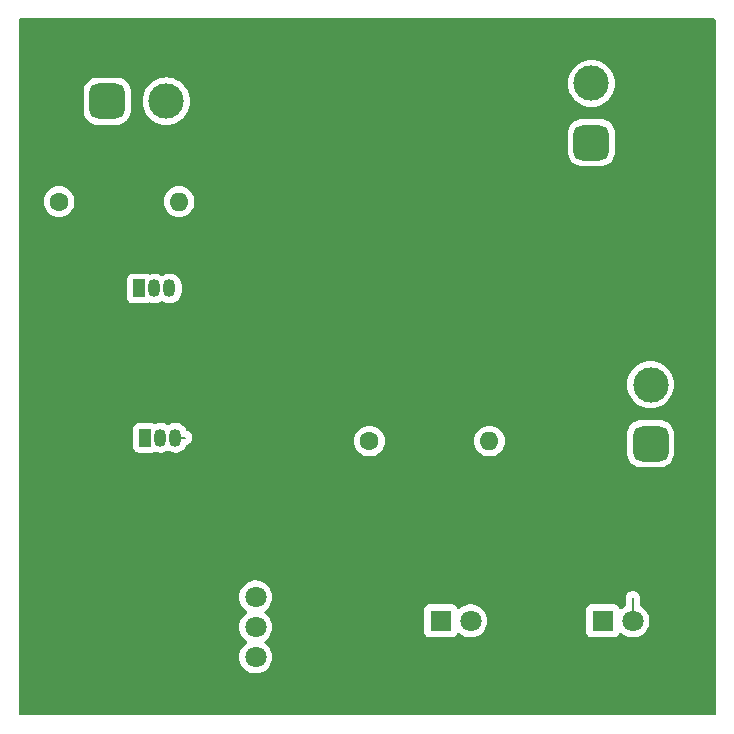
<source format=gbr>
%TF.GenerationSoftware,KiCad,Pcbnew,8.0.8*%
%TF.CreationDate,2025-04-07T00:16:06+05:30*%
%TF.ProjectId,CA-3_PCB,43412d33-5f50-4434-922e-6b696361645f,rev?*%
%TF.SameCoordinates,Original*%
%TF.FileFunction,Copper,L2,Bot*%
%TF.FilePolarity,Positive*%
%FSLAX46Y46*%
G04 Gerber Fmt 4.6, Leading zero omitted, Abs format (unit mm)*
G04 Created by KiCad (PCBNEW 8.0.8) date 2025-04-07 00:16:06*
%MOMM*%
%LPD*%
G01*
G04 APERTURE LIST*
G04 Aperture macros list*
%AMRoundRect*
0 Rectangle with rounded corners*
0 $1 Rounding radius*
0 $2 $3 $4 $5 $6 $7 $8 $9 X,Y pos of 4 corners*
0 Add a 4 corners polygon primitive as box body*
4,1,4,$2,$3,$4,$5,$6,$7,$8,$9,$2,$3,0*
0 Add four circle primitives for the rounded corners*
1,1,$1+$1,$2,$3*
1,1,$1+$1,$4,$5*
1,1,$1+$1,$6,$7*
1,1,$1+$1,$8,$9*
0 Add four rect primitives between the rounded corners*
20,1,$1+$1,$2,$3,$4,$5,0*
20,1,$1+$1,$4,$5,$6,$7,0*
20,1,$1+$1,$6,$7,$8,$9,0*
20,1,$1+$1,$8,$9,$2,$3,0*%
G04 Aperture macros list end*
%TA.AperFunction,ComponentPad*%
%ADD10C,1.600000*%
%TD*%
%TA.AperFunction,ComponentPad*%
%ADD11O,1.600000X1.600000*%
%TD*%
%TA.AperFunction,ComponentPad*%
%ADD12R,1.800000X1.800000*%
%TD*%
%TA.AperFunction,ComponentPad*%
%ADD13C,1.800000*%
%TD*%
%TA.AperFunction,ComponentPad*%
%ADD14RoundRect,0.750000X-0.750000X-0.750000X0.750000X-0.750000X0.750000X0.750000X-0.750000X0.750000X0*%
%TD*%
%TA.AperFunction,ComponentPad*%
%ADD15C,3.000000*%
%TD*%
%TA.AperFunction,ComponentPad*%
%ADD16RoundRect,0.750000X0.750000X-0.750000X0.750000X0.750000X-0.750000X0.750000X-0.750000X-0.750000X0*%
%TD*%
%TA.AperFunction,ComponentPad*%
%ADD17R,1.050000X1.500000*%
%TD*%
%TA.AperFunction,ComponentPad*%
%ADD18O,1.050000X1.500000*%
%TD*%
%TA.AperFunction,Conductor*%
%ADD19C,0.200000*%
%TD*%
G04 APERTURE END LIST*
D10*
%TO.P,R2,1*%
%TO.N,Net-(J1-Pin_1)*%
X93920000Y-53000000D03*
D11*
%TO.P,R2,2*%
%TO.N,Net-(Q1-C)*%
X104080000Y-53000000D03*
%TD*%
D12*
%TO.P,D2,1,K*%
%TO.N,Net-(D2-K)*%
X126230000Y-88500000D03*
D13*
%TO.P,D2,2,A*%
%TO.N,Net-(D1-K)*%
X128770000Y-88500000D03*
%TD*%
D14*
%TO.P,J1,1,Pin_1*%
%TO.N,Net-(J1-Pin_1)*%
X98000000Y-44500000D03*
D15*
%TO.P,J1,2,Pin_2*%
%TO.N,Net-(J1-Pin_2)*%
X103000000Y-44500000D03*
%TD*%
D12*
%TO.P,D1,1,K*%
%TO.N,Net-(D1-K)*%
X139960000Y-88500000D03*
D13*
%TO.P,D1,2,A*%
%TO.N,Net-(D1-A)*%
X142500000Y-88500000D03*
%TD*%
D16*
%TO.P,J4,1,Pin_1*%
%TO.N,Net-(J4-Pin_1)*%
X144000000Y-73500000D03*
D15*
%TO.P,J4,2,Pin_2*%
%TO.N,Net-(J1-Pin_1)*%
X144000000Y-68500000D03*
%TD*%
D10*
%TO.P,R3,1*%
%TO.N,Net-(J1-Pin_1)*%
X120200000Y-73280000D03*
D11*
%TO.P,R3,2*%
%TO.N,Net-(D1-A)*%
X130360000Y-73280000D03*
%TD*%
D17*
%TO.P,Q1,1,E*%
%TO.N,Net-(D2-K)*%
X100730000Y-60360000D03*
D18*
%TO.P,Q1,2,B*%
%TO.N,Net-(J4-Pin_1)*%
X102000000Y-60360000D03*
%TO.P,Q1,3,C*%
%TO.N,Net-(Q1-C)*%
X103270000Y-60360000D03*
%TD*%
D17*
%TO.P,Q2,1,E*%
%TO.N,Net-(D2-K)*%
X101230000Y-73000000D03*
D18*
%TO.P,Q2,2,B*%
%TO.N,Net-(Q1-C)*%
X102500000Y-73000000D03*
%TO.P,Q2,3,C*%
%TO.N,Net-(J1-Pin_2)*%
X103770000Y-73000000D03*
%TD*%
D16*
%TO.P,J2,1,Pin_1*%
%TO.N,Net-(J1-Pin_1)*%
X139000000Y-48000000D03*
D15*
%TO.P,J2,2,Pin_2*%
%TO.N,Net-(D2-K)*%
X139000000Y-43000000D03*
%TD*%
D13*
%TO.P,RV1,1,1*%
%TO.N,Net-(D2-K)*%
X110575000Y-86475000D03*
%TO.P,RV1,2,2*%
%TO.N,Net-(J4-Pin_1)*%
X110575000Y-89015000D03*
%TO.P,RV1,3,3*%
X110575000Y-91555000D03*
%TD*%
D19*
%TO.N,Net-(D1-A)*%
X142500000Y-86580000D02*
X142500000Y-88500000D01*
%TO.N,Net-(J1-Pin_2)*%
X104597000Y-73000000D02*
X103770000Y-73000000D01*
%TD*%
%TA.AperFunction,NonConductor*%
G36*
X149442539Y-37520185D02*
G01*
X149488294Y-37572989D01*
X149499500Y-37624500D01*
X149499500Y-96375500D01*
X149479815Y-96442539D01*
X149427011Y-96488294D01*
X149375500Y-96499500D01*
X90624500Y-96499500D01*
X90557461Y-96479815D01*
X90511706Y-96427011D01*
X90500500Y-96375500D01*
X90500500Y-86474993D01*
X109169700Y-86474993D01*
X109169700Y-86475006D01*
X109188864Y-86706297D01*
X109188866Y-86706308D01*
X109245842Y-86931300D01*
X109339075Y-87143848D01*
X109466016Y-87338147D01*
X109466019Y-87338151D01*
X109466021Y-87338153D01*
X109623216Y-87508913D01*
X109623219Y-87508915D01*
X109623222Y-87508918D01*
X109800818Y-87647147D01*
X109841631Y-87703857D01*
X109845306Y-87773630D01*
X109810674Y-87834313D01*
X109800818Y-87842853D01*
X109623222Y-87981081D01*
X109623219Y-87981084D01*
X109466016Y-88151852D01*
X109339075Y-88346151D01*
X109245842Y-88558699D01*
X109188866Y-88783691D01*
X109188864Y-88783702D01*
X109169700Y-89014993D01*
X109169700Y-89015006D01*
X109188864Y-89246297D01*
X109188866Y-89246308D01*
X109245842Y-89471300D01*
X109339075Y-89683848D01*
X109466016Y-89878147D01*
X109466019Y-89878151D01*
X109466021Y-89878153D01*
X109623216Y-90048913D01*
X109623219Y-90048915D01*
X109623222Y-90048918D01*
X109800818Y-90187147D01*
X109841631Y-90243857D01*
X109845306Y-90313630D01*
X109810674Y-90374313D01*
X109800818Y-90382853D01*
X109623222Y-90521081D01*
X109623219Y-90521084D01*
X109466016Y-90691852D01*
X109339075Y-90886151D01*
X109245842Y-91098699D01*
X109188866Y-91323691D01*
X109188864Y-91323702D01*
X109169700Y-91554993D01*
X109169700Y-91555006D01*
X109188864Y-91786297D01*
X109188866Y-91786308D01*
X109245842Y-92011300D01*
X109339075Y-92223848D01*
X109466016Y-92418147D01*
X109466019Y-92418151D01*
X109466021Y-92418153D01*
X109623216Y-92588913D01*
X109623219Y-92588915D01*
X109623222Y-92588918D01*
X109806365Y-92731464D01*
X109806371Y-92731468D01*
X109806374Y-92731470D01*
X110010497Y-92841936D01*
X110124487Y-92881068D01*
X110230015Y-92917297D01*
X110230017Y-92917297D01*
X110230019Y-92917298D01*
X110458951Y-92955500D01*
X110458952Y-92955500D01*
X110691048Y-92955500D01*
X110691049Y-92955500D01*
X110919981Y-92917298D01*
X111139503Y-92841936D01*
X111343626Y-92731470D01*
X111526784Y-92588913D01*
X111683979Y-92418153D01*
X111810924Y-92223849D01*
X111904157Y-92011300D01*
X111961134Y-91786305D01*
X111980300Y-91555000D01*
X111980300Y-91554993D01*
X111961135Y-91323702D01*
X111961133Y-91323691D01*
X111904157Y-91098699D01*
X111810924Y-90886151D01*
X111683983Y-90691852D01*
X111683980Y-90691849D01*
X111683979Y-90691847D01*
X111526784Y-90521087D01*
X111349180Y-90382853D01*
X111308368Y-90326143D01*
X111304693Y-90256370D01*
X111339324Y-90195687D01*
X111349181Y-90187146D01*
X111526784Y-90048913D01*
X111683979Y-89878153D01*
X111810924Y-89683849D01*
X111904157Y-89471300D01*
X111961134Y-89246305D01*
X111967552Y-89168849D01*
X111980300Y-89015006D01*
X111980300Y-89014993D01*
X111961135Y-88783702D01*
X111961133Y-88783691D01*
X111904157Y-88558699D01*
X111810924Y-88346151D01*
X111683983Y-88151852D01*
X111683980Y-88151849D01*
X111683979Y-88151847D01*
X111526784Y-87981087D01*
X111349180Y-87842853D01*
X111308368Y-87786143D01*
X111304693Y-87716370D01*
X111339324Y-87655687D01*
X111349181Y-87647146D01*
X111362407Y-87636852D01*
X111471252Y-87552135D01*
X124829500Y-87552135D01*
X124829500Y-89447870D01*
X124829501Y-89447876D01*
X124835908Y-89507483D01*
X124886202Y-89642328D01*
X124886206Y-89642335D01*
X124972452Y-89757544D01*
X124972455Y-89757547D01*
X125087664Y-89843793D01*
X125087671Y-89843797D01*
X125222517Y-89894091D01*
X125222516Y-89894091D01*
X125229444Y-89894835D01*
X125282127Y-89900500D01*
X127177872Y-89900499D01*
X127237483Y-89894091D01*
X127372331Y-89843796D01*
X127487546Y-89757546D01*
X127573796Y-89642331D01*
X127602455Y-89565493D01*
X127644326Y-89509559D01*
X127709790Y-89485141D01*
X127778063Y-89499992D01*
X127809866Y-89524843D01*
X127817302Y-89532920D01*
X127818215Y-89533912D01*
X127818222Y-89533918D01*
X128001365Y-89676464D01*
X128001371Y-89676468D01*
X128001374Y-89676470D01*
X128205497Y-89786936D01*
X128319487Y-89826068D01*
X128425015Y-89862297D01*
X128425017Y-89862297D01*
X128425019Y-89862298D01*
X128653951Y-89900500D01*
X128653952Y-89900500D01*
X128886048Y-89900500D01*
X128886049Y-89900500D01*
X129114981Y-89862298D01*
X129334503Y-89786936D01*
X129538626Y-89676470D01*
X129721784Y-89533913D01*
X129878979Y-89363153D01*
X130005924Y-89168849D01*
X130099157Y-88956300D01*
X130156134Y-88731305D01*
X130156135Y-88731297D01*
X130175300Y-88500006D01*
X130175300Y-88499993D01*
X130156135Y-88268702D01*
X130156133Y-88268691D01*
X130099157Y-88043699D01*
X130005924Y-87831151D01*
X129878983Y-87636852D01*
X129878980Y-87636849D01*
X129878979Y-87636847D01*
X129800996Y-87552135D01*
X138559500Y-87552135D01*
X138559500Y-89447870D01*
X138559501Y-89447876D01*
X138565908Y-89507483D01*
X138616202Y-89642328D01*
X138616206Y-89642335D01*
X138702452Y-89757544D01*
X138702455Y-89757547D01*
X138817664Y-89843793D01*
X138817671Y-89843797D01*
X138952517Y-89894091D01*
X138952516Y-89894091D01*
X138959444Y-89894835D01*
X139012127Y-89900500D01*
X140907872Y-89900499D01*
X140967483Y-89894091D01*
X141102331Y-89843796D01*
X141217546Y-89757546D01*
X141303796Y-89642331D01*
X141332455Y-89565493D01*
X141374326Y-89509559D01*
X141439790Y-89485141D01*
X141508063Y-89499992D01*
X141539866Y-89524843D01*
X141547302Y-89532920D01*
X141548215Y-89533912D01*
X141548222Y-89533918D01*
X141731365Y-89676464D01*
X141731371Y-89676468D01*
X141731374Y-89676470D01*
X141935497Y-89786936D01*
X142049487Y-89826068D01*
X142155015Y-89862297D01*
X142155017Y-89862297D01*
X142155019Y-89862298D01*
X142383951Y-89900500D01*
X142383952Y-89900500D01*
X142616048Y-89900500D01*
X142616049Y-89900500D01*
X142844981Y-89862298D01*
X143064503Y-89786936D01*
X143268626Y-89676470D01*
X143451784Y-89533913D01*
X143608979Y-89363153D01*
X143735924Y-89168849D01*
X143829157Y-88956300D01*
X143886134Y-88731305D01*
X143886135Y-88731297D01*
X143905300Y-88500006D01*
X143905300Y-88499993D01*
X143886135Y-88268702D01*
X143886133Y-88268691D01*
X143829157Y-88043699D01*
X143735924Y-87831151D01*
X143608983Y-87636852D01*
X143608980Y-87636849D01*
X143608979Y-87636847D01*
X143451784Y-87466087D01*
X143451779Y-87466083D01*
X143451777Y-87466081D01*
X143268634Y-87323535D01*
X143268623Y-87323528D01*
X143165481Y-87267709D01*
X143115891Y-87218489D01*
X143100500Y-87158655D01*
X143100500Y-86500945D01*
X143100500Y-86500943D01*
X143059577Y-86348216D01*
X143059573Y-86348209D01*
X142980524Y-86211290D01*
X142980518Y-86211282D01*
X142868717Y-86099481D01*
X142868709Y-86099475D01*
X142731790Y-86020426D01*
X142731786Y-86020424D01*
X142731784Y-86020423D01*
X142579057Y-85979500D01*
X142420943Y-85979500D01*
X142268216Y-86020423D01*
X142268209Y-86020426D01*
X142131290Y-86099475D01*
X142131282Y-86099481D01*
X142019481Y-86211282D01*
X142019475Y-86211290D01*
X141940426Y-86348209D01*
X141940423Y-86348216D01*
X141899500Y-86500943D01*
X141899500Y-87158655D01*
X141879815Y-87225694D01*
X141834519Y-87267709D01*
X141731376Y-87323528D01*
X141731365Y-87323535D01*
X141548222Y-87466081D01*
X141548218Y-87466085D01*
X141539866Y-87475158D01*
X141479979Y-87511148D01*
X141410141Y-87509047D01*
X141352525Y-87469522D01*
X141332455Y-87434507D01*
X141303797Y-87357671D01*
X141303793Y-87357664D01*
X141217547Y-87242455D01*
X141217544Y-87242452D01*
X141102335Y-87156206D01*
X141102328Y-87156202D01*
X140967482Y-87105908D01*
X140967483Y-87105908D01*
X140907883Y-87099501D01*
X140907881Y-87099500D01*
X140907873Y-87099500D01*
X140907864Y-87099500D01*
X139012129Y-87099500D01*
X139012123Y-87099501D01*
X138952516Y-87105908D01*
X138817671Y-87156202D01*
X138817664Y-87156206D01*
X138702455Y-87242452D01*
X138702452Y-87242455D01*
X138616206Y-87357664D01*
X138616202Y-87357671D01*
X138565908Y-87492517D01*
X138559501Y-87552116D01*
X138559500Y-87552135D01*
X129800996Y-87552135D01*
X129721784Y-87466087D01*
X129721779Y-87466083D01*
X129721777Y-87466081D01*
X129538634Y-87323535D01*
X129538628Y-87323531D01*
X129334504Y-87213064D01*
X129334495Y-87213061D01*
X129114984Y-87137702D01*
X128924450Y-87105908D01*
X128886049Y-87099500D01*
X128653951Y-87099500D01*
X128615550Y-87105908D01*
X128425015Y-87137702D01*
X128205504Y-87213061D01*
X128205495Y-87213064D01*
X128001371Y-87323531D01*
X128001365Y-87323535D01*
X127818222Y-87466081D01*
X127818218Y-87466085D01*
X127809866Y-87475158D01*
X127749979Y-87511148D01*
X127680141Y-87509047D01*
X127622525Y-87469522D01*
X127602455Y-87434507D01*
X127573797Y-87357671D01*
X127573793Y-87357664D01*
X127487547Y-87242455D01*
X127487544Y-87242452D01*
X127372335Y-87156206D01*
X127372328Y-87156202D01*
X127237482Y-87105908D01*
X127237483Y-87105908D01*
X127177883Y-87099501D01*
X127177881Y-87099500D01*
X127177873Y-87099500D01*
X127177864Y-87099500D01*
X125282129Y-87099500D01*
X125282123Y-87099501D01*
X125222516Y-87105908D01*
X125087671Y-87156202D01*
X125087664Y-87156206D01*
X124972455Y-87242452D01*
X124972452Y-87242455D01*
X124886206Y-87357664D01*
X124886202Y-87357671D01*
X124835908Y-87492517D01*
X124829501Y-87552116D01*
X124829500Y-87552135D01*
X111471252Y-87552135D01*
X111526784Y-87508913D01*
X111683979Y-87338153D01*
X111810924Y-87143849D01*
X111904157Y-86931300D01*
X111961134Y-86706305D01*
X111961135Y-86706297D01*
X111980300Y-86475006D01*
X111980300Y-86474993D01*
X111961135Y-86243702D01*
X111961133Y-86243691D01*
X111904157Y-86018699D01*
X111810924Y-85806151D01*
X111683983Y-85611852D01*
X111683980Y-85611849D01*
X111683979Y-85611847D01*
X111526784Y-85441087D01*
X111526779Y-85441083D01*
X111526777Y-85441081D01*
X111343634Y-85298535D01*
X111343628Y-85298531D01*
X111139504Y-85188064D01*
X111139495Y-85188061D01*
X110919984Y-85112702D01*
X110748282Y-85084050D01*
X110691049Y-85074500D01*
X110458951Y-85074500D01*
X110413164Y-85082140D01*
X110230015Y-85112702D01*
X110010504Y-85188061D01*
X110010495Y-85188064D01*
X109806371Y-85298531D01*
X109806365Y-85298535D01*
X109623222Y-85441081D01*
X109623219Y-85441084D01*
X109466016Y-85611852D01*
X109339075Y-85806151D01*
X109245842Y-86018699D01*
X109188866Y-86243691D01*
X109188864Y-86243702D01*
X109169700Y-86474993D01*
X90500500Y-86474993D01*
X90500500Y-72202135D01*
X100204500Y-72202135D01*
X100204500Y-73797870D01*
X100204501Y-73797876D01*
X100210908Y-73857483D01*
X100261202Y-73992328D01*
X100261206Y-73992335D01*
X100347452Y-74107544D01*
X100347455Y-74107547D01*
X100462664Y-74193793D01*
X100462671Y-74193797D01*
X100597517Y-74244091D01*
X100597516Y-74244091D01*
X100604444Y-74244835D01*
X100657127Y-74250500D01*
X101802872Y-74250499D01*
X101862483Y-74244091D01*
X101997331Y-74193796D01*
X101998430Y-74192972D01*
X101999717Y-74192492D01*
X102005112Y-74189547D01*
X102005535Y-74190322D01*
X102063887Y-74168552D01*
X102120198Y-74177673D01*
X102200873Y-74211091D01*
X102366777Y-74244091D01*
X102398992Y-74250499D01*
X102398996Y-74250500D01*
X102398997Y-74250500D01*
X102601004Y-74250500D01*
X102601005Y-74250499D01*
X102799127Y-74211091D01*
X102985756Y-74133786D01*
X103066110Y-74080094D01*
X103132786Y-74059217D01*
X103200166Y-74077701D01*
X103203865Y-74080078D01*
X103284244Y-74133786D01*
X103470873Y-74211091D01*
X103636777Y-74244091D01*
X103668992Y-74250499D01*
X103668996Y-74250500D01*
X103668997Y-74250500D01*
X103871004Y-74250500D01*
X103871005Y-74250499D01*
X104069127Y-74211091D01*
X104255756Y-74133786D01*
X104423718Y-74021558D01*
X104566558Y-73878718D01*
X104678786Y-73710756D01*
X104707097Y-73642405D01*
X104750935Y-73588005D01*
X104789562Y-73570086D01*
X104828784Y-73559577D01*
X104965716Y-73480520D01*
X105077520Y-73368716D01*
X105128741Y-73279998D01*
X118894532Y-73279998D01*
X118894532Y-73280001D01*
X118914364Y-73506686D01*
X118914366Y-73506697D01*
X118973258Y-73726488D01*
X118973261Y-73726497D01*
X119069431Y-73932732D01*
X119069432Y-73932734D01*
X119199954Y-74119141D01*
X119360858Y-74280045D01*
X119360861Y-74280047D01*
X119547266Y-74410568D01*
X119753504Y-74506739D01*
X119973308Y-74565635D01*
X120135230Y-74579801D01*
X120199998Y-74585468D01*
X120200000Y-74585468D01*
X120200002Y-74585468D01*
X120256673Y-74580509D01*
X120426692Y-74565635D01*
X120646496Y-74506739D01*
X120852734Y-74410568D01*
X121039139Y-74280047D01*
X121200047Y-74119139D01*
X121330568Y-73932734D01*
X121426739Y-73726496D01*
X121485635Y-73506692D01*
X121505468Y-73280000D01*
X121505468Y-73279998D01*
X129054532Y-73279998D01*
X129054532Y-73280001D01*
X129074364Y-73506686D01*
X129074366Y-73506697D01*
X129133258Y-73726488D01*
X129133261Y-73726497D01*
X129229431Y-73932732D01*
X129229432Y-73932734D01*
X129359954Y-74119141D01*
X129520858Y-74280045D01*
X129520861Y-74280047D01*
X129707266Y-74410568D01*
X129913504Y-74506739D01*
X130133308Y-74565635D01*
X130295230Y-74579801D01*
X130359998Y-74585468D01*
X130360000Y-74585468D01*
X130360002Y-74585468D01*
X130416673Y-74580509D01*
X130586692Y-74565635D01*
X130806496Y-74506739D01*
X131012734Y-74410568D01*
X131199139Y-74280047D01*
X131360047Y-74119139D01*
X131490568Y-73932734D01*
X131586739Y-73726496D01*
X131645635Y-73506692D01*
X131665468Y-73280000D01*
X131645635Y-73053308D01*
X131586739Y-72833504D01*
X131517852Y-72685777D01*
X141999500Y-72685777D01*
X141999500Y-74314208D01*
X141999501Y-74314223D01*
X142009904Y-74446413D01*
X142009905Y-74446420D01*
X142064902Y-74664678D01*
X142064903Y-74664681D01*
X142157991Y-74869622D01*
X142157997Y-74869632D01*
X142286174Y-75054645D01*
X142286178Y-75054650D01*
X142286181Y-75054654D01*
X142445346Y-75213819D01*
X142445350Y-75213822D01*
X142445354Y-75213825D01*
X142584603Y-75310297D01*
X142630374Y-75342007D01*
X142835317Y-75435096D01*
X142835321Y-75435097D01*
X143053579Y-75490094D01*
X143053581Y-75490094D01*
X143053588Y-75490096D01*
X143185783Y-75500500D01*
X144814216Y-75500499D01*
X144946412Y-75490096D01*
X145164683Y-75435096D01*
X145369626Y-75342007D01*
X145554654Y-75213819D01*
X145713819Y-75054654D01*
X145842007Y-74869626D01*
X145935096Y-74664683D01*
X145990096Y-74446412D01*
X146000500Y-74314217D01*
X146000499Y-72685784D01*
X145990096Y-72553588D01*
X145981501Y-72519480D01*
X145935097Y-72335321D01*
X145935096Y-72335318D01*
X145914168Y-72289244D01*
X145842007Y-72130374D01*
X145756993Y-72007664D01*
X145713825Y-71945354D01*
X145713822Y-71945350D01*
X145713819Y-71945346D01*
X145554654Y-71786181D01*
X145554650Y-71786178D01*
X145554645Y-71786174D01*
X145369632Y-71657997D01*
X145369630Y-71657995D01*
X145369626Y-71657993D01*
X145164683Y-71564904D01*
X145164681Y-71564903D01*
X145164678Y-71564902D01*
X144946420Y-71509905D01*
X144946413Y-71509904D01*
X144902347Y-71506436D01*
X144814217Y-71499500D01*
X144814215Y-71499500D01*
X143185791Y-71499500D01*
X143185776Y-71499501D01*
X143053586Y-71509904D01*
X143053579Y-71509905D01*
X142835321Y-71564902D01*
X142835318Y-71564903D01*
X142630377Y-71657991D01*
X142630367Y-71657997D01*
X142445354Y-71786174D01*
X142445342Y-71786184D01*
X142286184Y-71945342D01*
X142286174Y-71945354D01*
X142157997Y-72130367D01*
X142157991Y-72130377D01*
X142064903Y-72335318D01*
X142064902Y-72335321D01*
X142009905Y-72553579D01*
X142009904Y-72553586D01*
X141999500Y-72685777D01*
X131517852Y-72685777D01*
X131490568Y-72627266D01*
X131360047Y-72440861D01*
X131360045Y-72440858D01*
X131199141Y-72279954D01*
X131012734Y-72149432D01*
X131012732Y-72149431D01*
X130806497Y-72053261D01*
X130806488Y-72053258D01*
X130586697Y-71994366D01*
X130586693Y-71994365D01*
X130586692Y-71994365D01*
X130586691Y-71994364D01*
X130586686Y-71994364D01*
X130360002Y-71974532D01*
X130359998Y-71974532D01*
X130133313Y-71994364D01*
X130133302Y-71994366D01*
X129913511Y-72053258D01*
X129913502Y-72053261D01*
X129707267Y-72149431D01*
X129707265Y-72149432D01*
X129520858Y-72279954D01*
X129359954Y-72440858D01*
X129229432Y-72627265D01*
X129229431Y-72627267D01*
X129133261Y-72833502D01*
X129133258Y-72833511D01*
X129074366Y-73053302D01*
X129074364Y-73053313D01*
X129054532Y-73279998D01*
X121505468Y-73279998D01*
X121485635Y-73053308D01*
X121426739Y-72833504D01*
X121330568Y-72627266D01*
X121200047Y-72440861D01*
X121200045Y-72440858D01*
X121039141Y-72279954D01*
X120852734Y-72149432D01*
X120852732Y-72149431D01*
X120646497Y-72053261D01*
X120646488Y-72053258D01*
X120426697Y-71994366D01*
X120426693Y-71994365D01*
X120426692Y-71994365D01*
X120426691Y-71994364D01*
X120426686Y-71994364D01*
X120200002Y-71974532D01*
X120199998Y-71974532D01*
X119973313Y-71994364D01*
X119973302Y-71994366D01*
X119753511Y-72053258D01*
X119753502Y-72053261D01*
X119547267Y-72149431D01*
X119547265Y-72149432D01*
X119360858Y-72279954D01*
X119199954Y-72440858D01*
X119069432Y-72627265D01*
X119069431Y-72627267D01*
X118973261Y-72833502D01*
X118973258Y-72833511D01*
X118914366Y-73053302D01*
X118914364Y-73053313D01*
X118894532Y-73279998D01*
X105128741Y-73279998D01*
X105156577Y-73231784D01*
X105197500Y-73079057D01*
X105197500Y-72920943D01*
X105156577Y-72768216D01*
X105156573Y-72768209D01*
X105077524Y-72631290D01*
X105077518Y-72631282D01*
X104965717Y-72519481D01*
X104965709Y-72519475D01*
X104828790Y-72440426D01*
X104828786Y-72440424D01*
X104828784Y-72440423D01*
X104828782Y-72440422D01*
X104828779Y-72440421D01*
X104789563Y-72429913D01*
X104729903Y-72393548D01*
X104707097Y-72357592D01*
X104678785Y-72289242D01*
X104678785Y-72289241D01*
X104566561Y-72121286D01*
X104566555Y-72121278D01*
X104423718Y-71978441D01*
X104255762Y-71866217D01*
X104255752Y-71866212D01*
X104069127Y-71788909D01*
X104069119Y-71788907D01*
X103871007Y-71749500D01*
X103871003Y-71749500D01*
X103668997Y-71749500D01*
X103668992Y-71749500D01*
X103470880Y-71788907D01*
X103470872Y-71788909D01*
X103284244Y-71866213D01*
X103203891Y-71919904D01*
X103137213Y-71940782D01*
X103069833Y-71922297D01*
X103066109Y-71919904D01*
X102985755Y-71866213D01*
X102799127Y-71788909D01*
X102799119Y-71788907D01*
X102601007Y-71749500D01*
X102601003Y-71749500D01*
X102398997Y-71749500D01*
X102398992Y-71749500D01*
X102200880Y-71788907D01*
X102200868Y-71788910D01*
X102120198Y-71822325D01*
X102050729Y-71829794D01*
X102005342Y-71810036D01*
X102005114Y-71810454D01*
X102000447Y-71807905D01*
X101998432Y-71807028D01*
X101997331Y-71806204D01*
X101997330Y-71806203D01*
X101997328Y-71806202D01*
X101862482Y-71755908D01*
X101862483Y-71755908D01*
X101802883Y-71749501D01*
X101802881Y-71749500D01*
X101802873Y-71749500D01*
X101802864Y-71749500D01*
X100657129Y-71749500D01*
X100657123Y-71749501D01*
X100597516Y-71755908D01*
X100462671Y-71806202D01*
X100462664Y-71806206D01*
X100347455Y-71892452D01*
X100347452Y-71892455D01*
X100261206Y-72007664D01*
X100261202Y-72007671D01*
X100210908Y-72142517D01*
X100204501Y-72202116D01*
X100204500Y-72202135D01*
X90500500Y-72202135D01*
X90500500Y-68499998D01*
X141994390Y-68499998D01*
X141994390Y-68500001D01*
X142014804Y-68785433D01*
X142075628Y-69065037D01*
X142175635Y-69333166D01*
X142312770Y-69584309D01*
X142312775Y-69584317D01*
X142484254Y-69813387D01*
X142484270Y-69813405D01*
X142686594Y-70015729D01*
X142686612Y-70015745D01*
X142915682Y-70187224D01*
X142915690Y-70187229D01*
X143166833Y-70324364D01*
X143166832Y-70324364D01*
X143166836Y-70324365D01*
X143166839Y-70324367D01*
X143434954Y-70424369D01*
X143434960Y-70424370D01*
X143434962Y-70424371D01*
X143714566Y-70485195D01*
X143714568Y-70485195D01*
X143714572Y-70485196D01*
X143968220Y-70503337D01*
X143999999Y-70505610D01*
X144000000Y-70505610D01*
X144000001Y-70505610D01*
X144028595Y-70503564D01*
X144285428Y-70485196D01*
X144565046Y-70424369D01*
X144833161Y-70324367D01*
X145084315Y-70187226D01*
X145313395Y-70015739D01*
X145515739Y-69813395D01*
X145687226Y-69584315D01*
X145824367Y-69333161D01*
X145924369Y-69065046D01*
X145985196Y-68785428D01*
X146005610Y-68500000D01*
X145985196Y-68214572D01*
X145924369Y-67934954D01*
X145824367Y-67666839D01*
X145687226Y-67415685D01*
X145687224Y-67415682D01*
X145515745Y-67186612D01*
X145515729Y-67186594D01*
X145313405Y-66984270D01*
X145313387Y-66984254D01*
X145084317Y-66812775D01*
X145084309Y-66812770D01*
X144833166Y-66675635D01*
X144833167Y-66675635D01*
X144725915Y-66635632D01*
X144565046Y-66575631D01*
X144565043Y-66575630D01*
X144565037Y-66575628D01*
X144285433Y-66514804D01*
X144000001Y-66494390D01*
X143999999Y-66494390D01*
X143714566Y-66514804D01*
X143434962Y-66575628D01*
X143166833Y-66675635D01*
X142915690Y-66812770D01*
X142915682Y-66812775D01*
X142686612Y-66984254D01*
X142686594Y-66984270D01*
X142484270Y-67186594D01*
X142484254Y-67186612D01*
X142312775Y-67415682D01*
X142312770Y-67415690D01*
X142175635Y-67666833D01*
X142075628Y-67934962D01*
X142014804Y-68214566D01*
X141994390Y-68499998D01*
X90500500Y-68499998D01*
X90500500Y-59562135D01*
X99704500Y-59562135D01*
X99704500Y-61157870D01*
X99704501Y-61157876D01*
X99710908Y-61217483D01*
X99761202Y-61352328D01*
X99761206Y-61352335D01*
X99847452Y-61467544D01*
X99847455Y-61467547D01*
X99962664Y-61553793D01*
X99962671Y-61553797D01*
X100097517Y-61604091D01*
X100097516Y-61604091D01*
X100104444Y-61604835D01*
X100157127Y-61610500D01*
X101302872Y-61610499D01*
X101362483Y-61604091D01*
X101497331Y-61553796D01*
X101498430Y-61552972D01*
X101499717Y-61552492D01*
X101505112Y-61549547D01*
X101505535Y-61550322D01*
X101563887Y-61528552D01*
X101620198Y-61537673D01*
X101700873Y-61571091D01*
X101866777Y-61604091D01*
X101898992Y-61610499D01*
X101898996Y-61610500D01*
X101898997Y-61610500D01*
X102101004Y-61610500D01*
X102101005Y-61610499D01*
X102299127Y-61571091D01*
X102485756Y-61493786D01*
X102566110Y-61440094D01*
X102632786Y-61419217D01*
X102700166Y-61437701D01*
X102703865Y-61440078D01*
X102784244Y-61493786D01*
X102970873Y-61571091D01*
X103136777Y-61604091D01*
X103168992Y-61610499D01*
X103168996Y-61610500D01*
X103168997Y-61610500D01*
X103371004Y-61610500D01*
X103371005Y-61610499D01*
X103569127Y-61571091D01*
X103755756Y-61493786D01*
X103923718Y-61381558D01*
X104066558Y-61238718D01*
X104178786Y-61070756D01*
X104256091Y-60884127D01*
X104295500Y-60686003D01*
X104295500Y-60033997D01*
X104256091Y-59835873D01*
X104178786Y-59649244D01*
X104178784Y-59649241D01*
X104178782Y-59649237D01*
X104066558Y-59481281D01*
X103923718Y-59338441D01*
X103755762Y-59226217D01*
X103755752Y-59226212D01*
X103569127Y-59148909D01*
X103569119Y-59148907D01*
X103371007Y-59109500D01*
X103371003Y-59109500D01*
X103168997Y-59109500D01*
X103168992Y-59109500D01*
X102970880Y-59148907D01*
X102970872Y-59148909D01*
X102784244Y-59226213D01*
X102703891Y-59279904D01*
X102637213Y-59300782D01*
X102569833Y-59282297D01*
X102566109Y-59279904D01*
X102485755Y-59226213D01*
X102299127Y-59148909D01*
X102299119Y-59148907D01*
X102101007Y-59109500D01*
X102101003Y-59109500D01*
X101898997Y-59109500D01*
X101898992Y-59109500D01*
X101700880Y-59148907D01*
X101700868Y-59148910D01*
X101620198Y-59182325D01*
X101550729Y-59189794D01*
X101505342Y-59170036D01*
X101505114Y-59170454D01*
X101500447Y-59167905D01*
X101498432Y-59167028D01*
X101497331Y-59166204D01*
X101497330Y-59166203D01*
X101497328Y-59166202D01*
X101362482Y-59115908D01*
X101362483Y-59115908D01*
X101302883Y-59109501D01*
X101302881Y-59109500D01*
X101302873Y-59109500D01*
X101302864Y-59109500D01*
X100157129Y-59109500D01*
X100157123Y-59109501D01*
X100097516Y-59115908D01*
X99962671Y-59166202D01*
X99962664Y-59166206D01*
X99847455Y-59252452D01*
X99847452Y-59252455D01*
X99761206Y-59367664D01*
X99761202Y-59367671D01*
X99710908Y-59502517D01*
X99704501Y-59562116D01*
X99704500Y-59562135D01*
X90500500Y-59562135D01*
X90500500Y-52999998D01*
X92614532Y-52999998D01*
X92614532Y-53000001D01*
X92634364Y-53226686D01*
X92634366Y-53226697D01*
X92693258Y-53446488D01*
X92693261Y-53446497D01*
X92789431Y-53652732D01*
X92789432Y-53652734D01*
X92919954Y-53839141D01*
X93080858Y-54000045D01*
X93080861Y-54000047D01*
X93267266Y-54130568D01*
X93473504Y-54226739D01*
X93693308Y-54285635D01*
X93855230Y-54299801D01*
X93919998Y-54305468D01*
X93920000Y-54305468D01*
X93920002Y-54305468D01*
X93976673Y-54300509D01*
X94146692Y-54285635D01*
X94366496Y-54226739D01*
X94572734Y-54130568D01*
X94759139Y-54000047D01*
X94920047Y-53839139D01*
X95050568Y-53652734D01*
X95146739Y-53446496D01*
X95205635Y-53226692D01*
X95225468Y-53000000D01*
X95225468Y-52999998D01*
X102774532Y-52999998D01*
X102774532Y-53000001D01*
X102794364Y-53226686D01*
X102794366Y-53226697D01*
X102853258Y-53446488D01*
X102853261Y-53446497D01*
X102949431Y-53652732D01*
X102949432Y-53652734D01*
X103079954Y-53839141D01*
X103240858Y-54000045D01*
X103240861Y-54000047D01*
X103427266Y-54130568D01*
X103633504Y-54226739D01*
X103853308Y-54285635D01*
X104015230Y-54299801D01*
X104079998Y-54305468D01*
X104080000Y-54305468D01*
X104080002Y-54305468D01*
X104136673Y-54300509D01*
X104306692Y-54285635D01*
X104526496Y-54226739D01*
X104732734Y-54130568D01*
X104919139Y-54000047D01*
X105080047Y-53839139D01*
X105210568Y-53652734D01*
X105306739Y-53446496D01*
X105365635Y-53226692D01*
X105385468Y-53000000D01*
X105365635Y-52773308D01*
X105306739Y-52553504D01*
X105210568Y-52347266D01*
X105080047Y-52160861D01*
X105080045Y-52160858D01*
X104919141Y-51999954D01*
X104732734Y-51869432D01*
X104732732Y-51869431D01*
X104526497Y-51773261D01*
X104526488Y-51773258D01*
X104306697Y-51714366D01*
X104306693Y-51714365D01*
X104306692Y-51714365D01*
X104306691Y-51714364D01*
X104306686Y-51714364D01*
X104080002Y-51694532D01*
X104079998Y-51694532D01*
X103853313Y-51714364D01*
X103853302Y-51714366D01*
X103633511Y-51773258D01*
X103633502Y-51773261D01*
X103427267Y-51869431D01*
X103427265Y-51869432D01*
X103240858Y-51999954D01*
X103079954Y-52160858D01*
X102949432Y-52347265D01*
X102949431Y-52347267D01*
X102853261Y-52553502D01*
X102853258Y-52553511D01*
X102794366Y-52773302D01*
X102794364Y-52773313D01*
X102774532Y-52999998D01*
X95225468Y-52999998D01*
X95205635Y-52773308D01*
X95146739Y-52553504D01*
X95050568Y-52347266D01*
X94920047Y-52160861D01*
X94920045Y-52160858D01*
X94759141Y-51999954D01*
X94572734Y-51869432D01*
X94572732Y-51869431D01*
X94366497Y-51773261D01*
X94366488Y-51773258D01*
X94146697Y-51714366D01*
X94146693Y-51714365D01*
X94146692Y-51714365D01*
X94146691Y-51714364D01*
X94146686Y-51714364D01*
X93920002Y-51694532D01*
X93919998Y-51694532D01*
X93693313Y-51714364D01*
X93693302Y-51714366D01*
X93473511Y-51773258D01*
X93473502Y-51773261D01*
X93267267Y-51869431D01*
X93267265Y-51869432D01*
X93080858Y-51999954D01*
X92919954Y-52160858D01*
X92789432Y-52347265D01*
X92789431Y-52347267D01*
X92693261Y-52553502D01*
X92693258Y-52553511D01*
X92634366Y-52773302D01*
X92634364Y-52773313D01*
X92614532Y-52999998D01*
X90500500Y-52999998D01*
X90500500Y-47185777D01*
X136999500Y-47185777D01*
X136999500Y-48814208D01*
X136999501Y-48814223D01*
X137009904Y-48946413D01*
X137009905Y-48946420D01*
X137064902Y-49164678D01*
X137064903Y-49164681D01*
X137157991Y-49369622D01*
X137157997Y-49369632D01*
X137286174Y-49554645D01*
X137286178Y-49554650D01*
X137286181Y-49554654D01*
X137445346Y-49713819D01*
X137445350Y-49713822D01*
X137445354Y-49713825D01*
X137584603Y-49810297D01*
X137630374Y-49842007D01*
X137835317Y-49935096D01*
X137835321Y-49935097D01*
X138053579Y-49990094D01*
X138053581Y-49990094D01*
X138053588Y-49990096D01*
X138185783Y-50000500D01*
X139814216Y-50000499D01*
X139946412Y-49990096D01*
X140164683Y-49935096D01*
X140369626Y-49842007D01*
X140554654Y-49713819D01*
X140713819Y-49554654D01*
X140842007Y-49369626D01*
X140935096Y-49164683D01*
X140990096Y-48946412D01*
X141000500Y-48814217D01*
X141000499Y-47185784D01*
X140990096Y-47053588D01*
X140935096Y-46835317D01*
X140842007Y-46630374D01*
X140752029Y-46500499D01*
X140713825Y-46445354D01*
X140713822Y-46445350D01*
X140713819Y-46445346D01*
X140554654Y-46286181D01*
X140554650Y-46286178D01*
X140554645Y-46286174D01*
X140369632Y-46157997D01*
X140369630Y-46157995D01*
X140369626Y-46157993D01*
X140164683Y-46064904D01*
X140164681Y-46064903D01*
X140164678Y-46064902D01*
X139946420Y-46009905D01*
X139946413Y-46009904D01*
X139902347Y-46006436D01*
X139814217Y-45999500D01*
X139814215Y-45999500D01*
X138185791Y-45999500D01*
X138185776Y-45999501D01*
X138053586Y-46009904D01*
X138053579Y-46009905D01*
X137835321Y-46064902D01*
X137835318Y-46064903D01*
X137630377Y-46157991D01*
X137630367Y-46157997D01*
X137445354Y-46286174D01*
X137445342Y-46286184D01*
X137286184Y-46445342D01*
X137286174Y-46445354D01*
X137157997Y-46630367D01*
X137157991Y-46630377D01*
X137064903Y-46835318D01*
X137064902Y-46835321D01*
X137009905Y-47053579D01*
X137009904Y-47053586D01*
X136999500Y-47185777D01*
X90500500Y-47185777D01*
X90500500Y-43685777D01*
X95999500Y-43685777D01*
X95999500Y-45314208D01*
X95999501Y-45314223D01*
X96009904Y-45446413D01*
X96009905Y-45446420D01*
X96064902Y-45664678D01*
X96064903Y-45664681D01*
X96157991Y-45869622D01*
X96157997Y-45869632D01*
X96286174Y-46054645D01*
X96286178Y-46054650D01*
X96286181Y-46054654D01*
X96445346Y-46213819D01*
X96445350Y-46213822D01*
X96445354Y-46213825D01*
X96549784Y-46286174D01*
X96630374Y-46342007D01*
X96835317Y-46435096D01*
X96835321Y-46435097D01*
X97053579Y-46490094D01*
X97053581Y-46490094D01*
X97053588Y-46490096D01*
X97185783Y-46500500D01*
X98814216Y-46500499D01*
X98946412Y-46490096D01*
X99164683Y-46435096D01*
X99369626Y-46342007D01*
X99554654Y-46213819D01*
X99713819Y-46054654D01*
X99842007Y-45869626D01*
X99935096Y-45664683D01*
X99990096Y-45446412D01*
X100000500Y-45314217D01*
X100000499Y-44499998D01*
X100994390Y-44499998D01*
X100994390Y-44500001D01*
X101014804Y-44785433D01*
X101075628Y-45065037D01*
X101075630Y-45065043D01*
X101075631Y-45065046D01*
X101175633Y-45333161D01*
X101175635Y-45333166D01*
X101312770Y-45584309D01*
X101312775Y-45584317D01*
X101484254Y-45813387D01*
X101484270Y-45813405D01*
X101686594Y-46015729D01*
X101686612Y-46015745D01*
X101915682Y-46187224D01*
X101915690Y-46187229D01*
X102166833Y-46324364D01*
X102166832Y-46324364D01*
X102166836Y-46324365D01*
X102166839Y-46324367D01*
X102434954Y-46424369D01*
X102434960Y-46424370D01*
X102434962Y-46424371D01*
X102714566Y-46485195D01*
X102714568Y-46485195D01*
X102714572Y-46485196D01*
X102968220Y-46503337D01*
X102999999Y-46505610D01*
X103000000Y-46505610D01*
X103000001Y-46505610D01*
X103028595Y-46503564D01*
X103285428Y-46485196D01*
X103468580Y-46445354D01*
X103565037Y-46424371D01*
X103565037Y-46424370D01*
X103565046Y-46424369D01*
X103833161Y-46324367D01*
X104084315Y-46187226D01*
X104313395Y-46015739D01*
X104515739Y-45813395D01*
X104687226Y-45584315D01*
X104824367Y-45333161D01*
X104924369Y-45065046D01*
X104924371Y-45065037D01*
X104985195Y-44785433D01*
X104985195Y-44785432D01*
X104985196Y-44785428D01*
X105005610Y-44500000D01*
X104985196Y-44214572D01*
X104956860Y-44084315D01*
X104924371Y-43934962D01*
X104924370Y-43934960D01*
X104924369Y-43934954D01*
X104824367Y-43666839D01*
X104687226Y-43415685D01*
X104687224Y-43415682D01*
X104515745Y-43186612D01*
X104515729Y-43186594D01*
X104329133Y-42999998D01*
X136994390Y-42999998D01*
X136994390Y-43000001D01*
X137014804Y-43285433D01*
X137075628Y-43565037D01*
X137075630Y-43565043D01*
X137075631Y-43565046D01*
X137120664Y-43685783D01*
X137175635Y-43833166D01*
X137312770Y-44084309D01*
X137312775Y-44084317D01*
X137484254Y-44313387D01*
X137484270Y-44313405D01*
X137686594Y-44515729D01*
X137686612Y-44515745D01*
X137915682Y-44687224D01*
X137915690Y-44687229D01*
X138166833Y-44824364D01*
X138166832Y-44824364D01*
X138166836Y-44824365D01*
X138166839Y-44824367D01*
X138434954Y-44924369D01*
X138434960Y-44924370D01*
X138434962Y-44924371D01*
X138714566Y-44985195D01*
X138714568Y-44985195D01*
X138714572Y-44985196D01*
X138968220Y-45003337D01*
X138999999Y-45005610D01*
X139000000Y-45005610D01*
X139000001Y-45005610D01*
X139028595Y-45003564D01*
X139285428Y-44985196D01*
X139565046Y-44924369D01*
X139833161Y-44824367D01*
X140084315Y-44687226D01*
X140313395Y-44515739D01*
X140515739Y-44313395D01*
X140687226Y-44084315D01*
X140824367Y-43833161D01*
X140924369Y-43565046D01*
X140926862Y-43553586D01*
X140985195Y-43285433D01*
X140985195Y-43285432D01*
X140985196Y-43285428D01*
X141005610Y-43000000D01*
X140985196Y-42714572D01*
X140976725Y-42675633D01*
X140924371Y-42434962D01*
X140924370Y-42434960D01*
X140924369Y-42434954D01*
X140824367Y-42166839D01*
X140687226Y-41915685D01*
X140687224Y-41915682D01*
X140515745Y-41686612D01*
X140515729Y-41686594D01*
X140313405Y-41484270D01*
X140313387Y-41484254D01*
X140084317Y-41312775D01*
X140084309Y-41312770D01*
X139833166Y-41175635D01*
X139833167Y-41175635D01*
X139725915Y-41135632D01*
X139565046Y-41075631D01*
X139565043Y-41075630D01*
X139565037Y-41075628D01*
X139285433Y-41014804D01*
X139000001Y-40994390D01*
X138999999Y-40994390D01*
X138714566Y-41014804D01*
X138434962Y-41075628D01*
X138166833Y-41175635D01*
X137915690Y-41312770D01*
X137915682Y-41312775D01*
X137686612Y-41484254D01*
X137686594Y-41484270D01*
X137484270Y-41686594D01*
X137484254Y-41686612D01*
X137312775Y-41915682D01*
X137312770Y-41915690D01*
X137175635Y-42166833D01*
X137075628Y-42434962D01*
X137014804Y-42714566D01*
X136994390Y-42999998D01*
X104329133Y-42999998D01*
X104313405Y-42984270D01*
X104313387Y-42984254D01*
X104084317Y-42812775D01*
X104084309Y-42812770D01*
X103833166Y-42675635D01*
X103833167Y-42675635D01*
X103725915Y-42635632D01*
X103565046Y-42575631D01*
X103565043Y-42575630D01*
X103565037Y-42575628D01*
X103285433Y-42514804D01*
X103000001Y-42494390D01*
X102999999Y-42494390D01*
X102714566Y-42514804D01*
X102434962Y-42575628D01*
X102166833Y-42675635D01*
X101915690Y-42812770D01*
X101915682Y-42812775D01*
X101686612Y-42984254D01*
X101686594Y-42984270D01*
X101484270Y-43186594D01*
X101484254Y-43186612D01*
X101312775Y-43415682D01*
X101312770Y-43415690D01*
X101175635Y-43666833D01*
X101075628Y-43934962D01*
X101014804Y-44214566D01*
X100994390Y-44499998D01*
X100000499Y-44499998D01*
X100000499Y-43685784D01*
X99990096Y-43553588D01*
X99955348Y-43415690D01*
X99935097Y-43335321D01*
X99935096Y-43335318D01*
X99912437Y-43285433D01*
X99842007Y-43130374D01*
X99751684Y-43000001D01*
X99713825Y-42945354D01*
X99713822Y-42945350D01*
X99713819Y-42945346D01*
X99554654Y-42786181D01*
X99554650Y-42786178D01*
X99554645Y-42786174D01*
X99369632Y-42657997D01*
X99369630Y-42657995D01*
X99369626Y-42657993D01*
X99188299Y-42575631D01*
X99164681Y-42564903D01*
X99164678Y-42564902D01*
X98946420Y-42509905D01*
X98946413Y-42509904D01*
X98902347Y-42506436D01*
X98814217Y-42499500D01*
X98814215Y-42499500D01*
X97185791Y-42499500D01*
X97185776Y-42499501D01*
X97053586Y-42509904D01*
X97053579Y-42509905D01*
X96835321Y-42564902D01*
X96835318Y-42564903D01*
X96630377Y-42657991D01*
X96630367Y-42657997D01*
X96445354Y-42786174D01*
X96445342Y-42786184D01*
X96286184Y-42945342D01*
X96286174Y-42945354D01*
X96157997Y-43130367D01*
X96157991Y-43130377D01*
X96064903Y-43335318D01*
X96064902Y-43335321D01*
X96009905Y-43553579D01*
X96009904Y-43553586D01*
X95999500Y-43685777D01*
X90500500Y-43685777D01*
X90500500Y-37624500D01*
X90520185Y-37557461D01*
X90572989Y-37511706D01*
X90624500Y-37500500D01*
X149375500Y-37500500D01*
X149442539Y-37520185D01*
G37*
%TD.AperFunction*%
M02*

</source>
